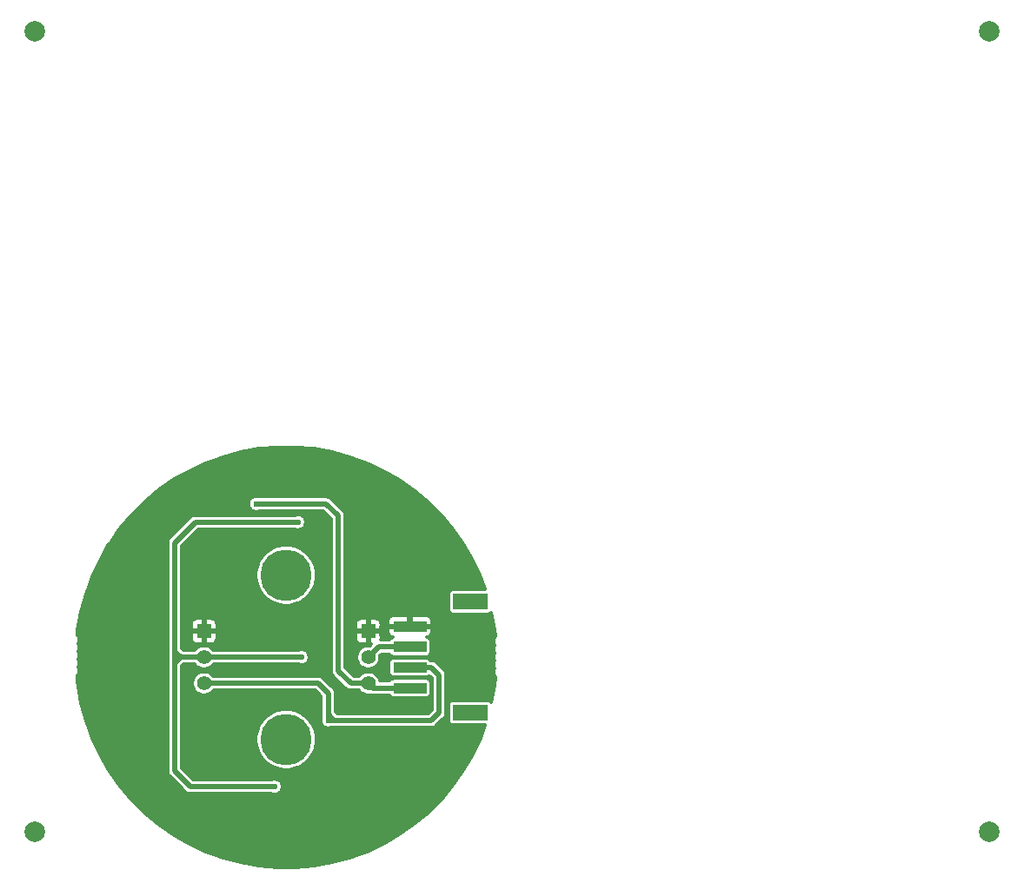
<source format=gbr>
G04 #@! TF.GenerationSoftware,KiCad,Pcbnew,(5.1.9)-1*
G04 #@! TF.CreationDate,2021-11-24T11:51:20+08:00*
G04 #@! TF.ProjectId,RGB-ring,5247422d-7269-46e6-972e-6b696361645f,rev?*
G04 #@! TF.SameCoordinates,Original*
G04 #@! TF.FileFunction,Copper,L2,Bot*
G04 #@! TF.FilePolarity,Positive*
%FSLAX46Y46*%
G04 Gerber Fmt 4.6, Leading zero omitted, Abs format (unit mm)*
G04 Created by KiCad (PCBNEW (5.1.9)-1) date 2021-11-24 11:51:20*
%MOMM*%
%LPD*%
G01*
G04 APERTURE LIST*
G04 #@! TA.AperFunction,ComponentPad*
%ADD10C,5.000000*%
G04 #@! TD*
G04 #@! TA.AperFunction,ComponentPad*
%ADD11C,2.000000*%
G04 #@! TD*
G04 #@! TA.AperFunction,ComponentPad*
%ADD12C,1.400000*%
G04 #@! TD*
G04 #@! TA.AperFunction,ComponentPad*
%ADD13R,1.400000X1.400000*%
G04 #@! TD*
G04 #@! TA.AperFunction,SMDPad,CuDef*
%ADD14R,3.200000X1.000000*%
G04 #@! TD*
G04 #@! TA.AperFunction,SMDPad,CuDef*
%ADD15R,3.400000X1.500000*%
G04 #@! TD*
G04 #@! TA.AperFunction,ViaPad*
%ADD16C,0.600000*%
G04 #@! TD*
G04 #@! TA.AperFunction,Conductor*
%ADD17C,0.500000*%
G04 #@! TD*
G04 #@! TA.AperFunction,Conductor*
%ADD18C,0.300000*%
G04 #@! TD*
G04 #@! TA.AperFunction,Conductor*
%ADD19C,0.200000*%
G04 #@! TD*
G04 APERTURE END LIST*
D10*
X102000000Y-85000000D03*
X102000000Y-101000000D03*
D11*
X170500000Y-110000000D03*
X170500000Y-32000000D03*
X77500000Y-32000000D03*
X77500000Y-110000000D03*
D12*
X110000000Y-95540000D03*
X110000000Y-93000000D03*
D13*
X110000000Y-90460000D03*
D12*
X94000000Y-95540000D03*
X94000000Y-93000000D03*
D13*
X94000000Y-90460000D03*
D14*
X114050000Y-92000000D03*
X114050000Y-94000000D03*
X114050000Y-96000000D03*
D15*
X119950000Y-87600000D03*
X119950000Y-98400000D03*
D14*
X114050000Y-90000000D03*
D16*
X97400000Y-75500000D03*
X107600000Y-74550000D03*
X105700000Y-109500000D03*
X105000000Y-112300000D03*
X120200000Y-99850000D03*
X114900000Y-108200000D03*
X94900000Y-111300000D03*
X88500000Y-105700000D03*
X83550000Y-85900000D03*
X83200000Y-96500000D03*
X88900000Y-78700000D03*
X115800000Y-79900000D03*
X116600000Y-89600000D03*
X121200000Y-89200000D03*
X105650000Y-76600000D03*
X118900000Y-96200000D03*
X103150000Y-79850000D03*
X103500000Y-93000000D03*
X100850000Y-105600000D03*
X106100000Y-99150000D03*
X99100000Y-78050000D03*
D17*
X103500000Y-93000000D02*
X97800000Y-93000000D01*
X97800000Y-93000000D02*
X94000000Y-93000000D01*
X111000000Y-92000000D02*
X110000000Y-93000000D01*
X114050000Y-92000000D02*
X111000000Y-92000000D01*
X100850000Y-105600000D02*
X92650000Y-105600000D01*
X92650000Y-105600000D02*
X91150000Y-104100000D01*
X91150000Y-104100000D02*
X91150000Y-94400000D01*
X93150000Y-79850000D02*
X103150000Y-79850000D01*
X91150000Y-81850000D02*
X93150000Y-79850000D01*
X91700000Y-93000000D02*
X94000000Y-93000000D01*
X91150000Y-94400000D02*
X91150000Y-93550000D01*
X91150000Y-93550000D02*
X91700000Y-93000000D01*
X91150000Y-92450000D02*
X91700000Y-93000000D01*
X91150000Y-91750000D02*
X91150000Y-92450000D01*
X91150000Y-94400000D02*
X91150000Y-91750000D01*
X91150000Y-91750000D02*
X91150000Y-81850000D01*
X116900000Y-98400000D02*
X116150000Y-99150000D01*
X116900000Y-94750000D02*
X116900000Y-98400000D01*
X114050000Y-94000000D02*
X116150000Y-94000000D01*
X116150000Y-94000000D02*
X116900000Y-94750000D01*
X94989949Y-95540000D02*
X94000000Y-95540000D01*
X105140000Y-95540000D02*
X94989949Y-95540000D01*
X106100000Y-96500000D02*
X105140000Y-95540000D01*
X106650000Y-99150000D02*
X106100000Y-98600000D01*
X107750000Y-99150000D02*
X106100000Y-99150000D01*
X116150000Y-99150000D02*
X107750000Y-99150000D01*
X107750000Y-99150000D02*
X106650000Y-99150000D01*
X106100000Y-99150000D02*
X106100000Y-98600000D01*
X106100000Y-98600000D02*
X106100000Y-96500000D01*
X107050000Y-94300000D02*
X108290000Y-95540000D01*
X108290000Y-95540000D02*
X110000000Y-95540000D01*
X107050000Y-79200000D02*
X107050000Y-94300000D01*
X99100000Y-78050000D02*
X105900000Y-78050000D01*
X105900000Y-78050000D02*
X107050000Y-79200000D01*
X110460000Y-96000000D02*
X110000000Y-95540000D01*
X114050000Y-96000000D02*
X110460000Y-96000000D01*
D18*
X104672524Y-72700166D02*
X106431601Y-73010339D01*
X108156951Y-73472645D01*
X109835443Y-74083567D01*
X111454303Y-74838453D01*
X113001209Y-75731560D01*
X114464390Y-76756090D01*
X115832710Y-77904247D01*
X117095753Y-79167290D01*
X118243910Y-80535610D01*
X119268440Y-81998791D01*
X120161547Y-83545697D01*
X120916433Y-85164557D01*
X121365306Y-86397823D01*
X118250000Y-86397823D01*
X118161785Y-86406511D01*
X118076959Y-86432243D01*
X117998784Y-86474029D01*
X117930263Y-86530263D01*
X117874029Y-86598784D01*
X117832243Y-86676959D01*
X117806511Y-86761785D01*
X117797823Y-86850000D01*
X117797823Y-88350000D01*
X117806511Y-88438215D01*
X117832243Y-88523041D01*
X117874029Y-88601216D01*
X117930263Y-88669737D01*
X117998784Y-88725971D01*
X118076959Y-88767757D01*
X118161785Y-88793489D01*
X118250000Y-88802177D01*
X121650000Y-88802177D01*
X121738215Y-88793489D01*
X121823041Y-88767757D01*
X121901216Y-88725971D01*
X121969737Y-88669737D01*
X122000846Y-88631831D01*
X122299834Y-90327476D01*
X122357547Y-90987148D01*
X122356856Y-90987839D01*
X122277513Y-91106584D01*
X122222861Y-91238525D01*
X122195000Y-91378594D01*
X122195000Y-91521406D01*
X122222861Y-91661475D01*
X122277513Y-91793416D01*
X122298617Y-91825000D01*
X122277513Y-91856584D01*
X122222861Y-91988525D01*
X122195000Y-92128594D01*
X122195000Y-92271406D01*
X122222861Y-92411475D01*
X122277513Y-92543416D01*
X122298617Y-92575000D01*
X122277513Y-92606584D01*
X122222861Y-92738525D01*
X122195000Y-92878594D01*
X122195000Y-93021406D01*
X122222861Y-93161475D01*
X122277513Y-93293416D01*
X122298617Y-93325000D01*
X122277513Y-93356584D01*
X122222861Y-93488525D01*
X122195000Y-93628594D01*
X122195000Y-93771406D01*
X122222861Y-93911475D01*
X122277513Y-94043416D01*
X122298617Y-94075000D01*
X122277513Y-94106584D01*
X122222861Y-94238525D01*
X122195000Y-94378594D01*
X122195000Y-94521406D01*
X122222861Y-94661475D01*
X122277513Y-94793416D01*
X122356856Y-94912161D01*
X122365592Y-94920897D01*
X122299834Y-95672524D01*
X122000846Y-97368169D01*
X121969737Y-97330263D01*
X121901216Y-97274029D01*
X121823041Y-97232243D01*
X121738215Y-97206511D01*
X121650000Y-97197823D01*
X118250000Y-97197823D01*
X118161785Y-97206511D01*
X118076959Y-97232243D01*
X117998784Y-97274029D01*
X117930263Y-97330263D01*
X117874029Y-97398784D01*
X117832243Y-97476959D01*
X117806511Y-97561785D01*
X117797823Y-97650000D01*
X117797823Y-99150000D01*
X117806511Y-99238215D01*
X117832243Y-99323041D01*
X117874029Y-99401216D01*
X117930263Y-99469737D01*
X117998784Y-99525971D01*
X118076959Y-99567757D01*
X118161785Y-99593489D01*
X118250000Y-99602177D01*
X121365306Y-99602177D01*
X120916433Y-100835443D01*
X120161547Y-102454303D01*
X119268440Y-104001209D01*
X118243910Y-105464390D01*
X117095753Y-106832710D01*
X115832710Y-108095753D01*
X114464390Y-109243910D01*
X113001209Y-110268440D01*
X111454303Y-111161547D01*
X109835443Y-111916433D01*
X108156951Y-112527355D01*
X106431601Y-112989661D01*
X104672524Y-113299834D01*
X102893107Y-113455512D01*
X101106893Y-113455512D01*
X99327476Y-113299834D01*
X97568399Y-112989661D01*
X95843049Y-112527355D01*
X94164557Y-111916433D01*
X92545697Y-111161547D01*
X90998791Y-110268440D01*
X89535610Y-109243910D01*
X88167290Y-108095753D01*
X86904247Y-106832710D01*
X85756090Y-105464390D01*
X84731560Y-104001209D01*
X83838453Y-102454303D01*
X83083567Y-100835443D01*
X82472645Y-99156951D01*
X82010339Y-97431601D01*
X81717653Y-95771696D01*
X81724073Y-95731184D01*
X81720149Y-95628797D01*
X81719104Y-95621542D01*
X81699525Y-95492001D01*
X81690320Y-95455609D01*
X81683029Y-95418767D01*
X81680862Y-95411764D01*
X81676015Y-95396480D01*
X81625558Y-94819747D01*
X81683144Y-94762161D01*
X81762487Y-94643416D01*
X81817139Y-94511475D01*
X81845000Y-94371406D01*
X81845000Y-94228594D01*
X81817139Y-94088525D01*
X81762487Y-93956584D01*
X81741383Y-93925000D01*
X81762487Y-93893416D01*
X81817139Y-93761475D01*
X81845000Y-93621406D01*
X81845000Y-93478594D01*
X81817139Y-93338525D01*
X81762487Y-93206584D01*
X81741383Y-93175000D01*
X81762487Y-93143416D01*
X81817139Y-93011475D01*
X81845000Y-92871406D01*
X81845000Y-92728594D01*
X81817139Y-92588525D01*
X81762487Y-92456584D01*
X81741383Y-92425000D01*
X81762487Y-92393416D01*
X81817139Y-92261475D01*
X81845000Y-92121406D01*
X81845000Y-91978594D01*
X81817139Y-91838525D01*
X81762487Y-91706584D01*
X81741383Y-91675000D01*
X81762487Y-91643416D01*
X81817139Y-91511475D01*
X81845000Y-91371406D01*
X81845000Y-91228594D01*
X81817139Y-91088525D01*
X81762487Y-90956584D01*
X81683144Y-90837839D01*
X81657738Y-90812433D01*
X81700166Y-90327476D01*
X82010339Y-88568399D01*
X82472645Y-86843049D01*
X83083567Y-85164557D01*
X83838453Y-83545697D01*
X84731560Y-81998791D01*
X84835744Y-81850000D01*
X90446613Y-81850000D01*
X90450001Y-81884397D01*
X90450000Y-91715610D01*
X90450000Y-92415613D01*
X90446613Y-92450000D01*
X90450000Y-92484387D01*
X90450000Y-92484390D01*
X90450001Y-92484397D01*
X90450000Y-93515610D01*
X90446613Y-93550000D01*
X90450000Y-93584390D01*
X90450000Y-94434389D01*
X90450001Y-94434399D01*
X90450000Y-104065613D01*
X90446613Y-104100000D01*
X90450000Y-104134387D01*
X90450000Y-104134389D01*
X90460128Y-104237223D01*
X90500155Y-104369174D01*
X90565155Y-104490781D01*
X90630708Y-104570657D01*
X90652630Y-104597369D01*
X90679343Y-104619292D01*
X92130704Y-106070653D01*
X92152630Y-106097370D01*
X92259219Y-106184845D01*
X92380825Y-106249845D01*
X92512776Y-106289872D01*
X92615610Y-106300000D01*
X92615612Y-106300000D01*
X92649999Y-106303387D01*
X92684386Y-106300000D01*
X100580105Y-106300000D01*
X100631233Y-106321178D01*
X100776131Y-106350000D01*
X100923869Y-106350000D01*
X101068767Y-106321178D01*
X101205258Y-106264641D01*
X101328097Y-106182563D01*
X101432563Y-106078097D01*
X101514641Y-105955258D01*
X101571178Y-105818767D01*
X101600000Y-105673869D01*
X101600000Y-105526131D01*
X101571178Y-105381233D01*
X101514641Y-105244742D01*
X101432563Y-105121903D01*
X101328097Y-105017437D01*
X101205258Y-104935359D01*
X101068767Y-104878822D01*
X100923869Y-104850000D01*
X100776131Y-104850000D01*
X100631233Y-104878822D01*
X100580105Y-104900000D01*
X92939949Y-104900000D01*
X91850000Y-103810051D01*
X91850000Y-100709450D01*
X99050000Y-100709450D01*
X99050000Y-101290550D01*
X99163367Y-101860483D01*
X99385744Y-102397349D01*
X99708585Y-102880516D01*
X100119484Y-103291415D01*
X100602651Y-103614256D01*
X101139517Y-103836633D01*
X101709450Y-103950000D01*
X102290550Y-103950000D01*
X102860483Y-103836633D01*
X103397349Y-103614256D01*
X103880516Y-103291415D01*
X104291415Y-102880516D01*
X104614256Y-102397349D01*
X104836633Y-101860483D01*
X104950000Y-101290550D01*
X104950000Y-100709450D01*
X104836633Y-100139517D01*
X104614256Y-99602651D01*
X104291415Y-99119484D01*
X103880516Y-98708585D01*
X103397349Y-98385744D01*
X102860483Y-98163367D01*
X102290550Y-98050000D01*
X101709450Y-98050000D01*
X101139517Y-98163367D01*
X100602651Y-98385744D01*
X100119484Y-98708585D01*
X99708585Y-99119484D01*
X99385744Y-99602651D01*
X99163367Y-100139517D01*
X99050000Y-100709450D01*
X91850000Y-100709450D01*
X91850000Y-95426735D01*
X92850000Y-95426735D01*
X92850000Y-95653265D01*
X92894194Y-95875443D01*
X92980884Y-96084729D01*
X93106737Y-96273082D01*
X93266918Y-96433263D01*
X93455271Y-96559116D01*
X93664557Y-96645806D01*
X93886735Y-96690000D01*
X94113265Y-96690000D01*
X94335443Y-96645806D01*
X94544729Y-96559116D01*
X94733082Y-96433263D01*
X94893263Y-96273082D01*
X94915368Y-96240000D01*
X104850051Y-96240000D01*
X105400001Y-96789951D01*
X105400000Y-98565610D01*
X105396613Y-98600000D01*
X105400000Y-98634387D01*
X105400000Y-98880105D01*
X105378822Y-98931233D01*
X105350000Y-99076131D01*
X105350000Y-99223869D01*
X105378822Y-99368767D01*
X105435359Y-99505258D01*
X105517437Y-99628097D01*
X105621903Y-99732563D01*
X105744742Y-99814641D01*
X105881233Y-99871178D01*
X106026131Y-99900000D01*
X106173869Y-99900000D01*
X106318767Y-99871178D01*
X106369895Y-99850000D01*
X106615612Y-99850000D01*
X106649999Y-99853387D01*
X106684386Y-99850000D01*
X116115613Y-99850000D01*
X116150000Y-99853387D01*
X116184387Y-99850000D01*
X116184390Y-99850000D01*
X116287224Y-99839872D01*
X116419175Y-99799845D01*
X116540781Y-99734845D01*
X116647370Y-99647370D01*
X116669296Y-99620653D01*
X117370658Y-98919292D01*
X117397370Y-98897370D01*
X117420510Y-98869174D01*
X117484845Y-98790782D01*
X117549845Y-98669175D01*
X117570829Y-98600000D01*
X117589872Y-98537224D01*
X117600000Y-98434390D01*
X117600000Y-98434388D01*
X117603387Y-98400001D01*
X117600000Y-98365614D01*
X117600000Y-94784386D01*
X117603387Y-94749999D01*
X117599529Y-94710828D01*
X117589872Y-94612776D01*
X117549845Y-94480825D01*
X117544852Y-94471484D01*
X117484845Y-94359218D01*
X117419292Y-94279342D01*
X117419287Y-94279337D01*
X117397369Y-94252630D01*
X117370663Y-94230713D01*
X116669296Y-93529347D01*
X116647370Y-93502630D01*
X116540781Y-93415155D01*
X116419175Y-93350155D01*
X116287224Y-93310128D01*
X116184390Y-93300000D01*
X116184387Y-93300000D01*
X116150000Y-93296613D01*
X116115613Y-93300000D01*
X116053347Y-93300000D01*
X116025971Y-93248784D01*
X115969737Y-93180263D01*
X115901216Y-93124029D01*
X115823041Y-93082243D01*
X115738215Y-93056511D01*
X115650000Y-93047823D01*
X112450000Y-93047823D01*
X112361785Y-93056511D01*
X112276959Y-93082243D01*
X112198784Y-93124029D01*
X112130263Y-93180263D01*
X112074029Y-93248784D01*
X112032243Y-93326959D01*
X112006511Y-93411785D01*
X111997823Y-93500000D01*
X111997823Y-94500000D01*
X112006511Y-94588215D01*
X112032243Y-94673041D01*
X112074029Y-94751216D01*
X112130263Y-94819737D01*
X112198784Y-94875971D01*
X112276959Y-94917757D01*
X112361785Y-94943489D01*
X112450000Y-94952177D01*
X115650000Y-94952177D01*
X115738215Y-94943489D01*
X115823041Y-94917757D01*
X115901216Y-94875971D01*
X115969737Y-94819737D01*
X115974267Y-94814217D01*
X116200000Y-95039950D01*
X116200001Y-98110049D01*
X115860051Y-98450000D01*
X106939949Y-98450000D01*
X106800000Y-98310051D01*
X106800000Y-96534386D01*
X106803387Y-96499999D01*
X106798656Y-96451964D01*
X106789872Y-96362776D01*
X106749845Y-96230825D01*
X106734689Y-96202470D01*
X106684845Y-96109218D01*
X106619292Y-96029342D01*
X106619291Y-96029341D01*
X106597370Y-96002630D01*
X106570658Y-95980708D01*
X105659296Y-95069347D01*
X105637370Y-95042630D01*
X105530781Y-94955155D01*
X105409175Y-94890155D01*
X105277224Y-94850128D01*
X105174390Y-94840000D01*
X105174387Y-94840000D01*
X105140000Y-94836613D01*
X105105613Y-94840000D01*
X94915368Y-94840000D01*
X94893263Y-94806918D01*
X94733082Y-94646737D01*
X94544729Y-94520884D01*
X94335443Y-94434194D01*
X94113265Y-94390000D01*
X93886735Y-94390000D01*
X93664557Y-94434194D01*
X93455271Y-94520884D01*
X93266918Y-94646737D01*
X93106737Y-94806918D01*
X92980884Y-94995271D01*
X92894194Y-95204557D01*
X92850000Y-95426735D01*
X91850000Y-95426735D01*
X91850000Y-93839949D01*
X91989949Y-93700000D01*
X93084632Y-93700000D01*
X93106737Y-93733082D01*
X93266918Y-93893263D01*
X93455271Y-94019116D01*
X93664557Y-94105806D01*
X93886735Y-94150000D01*
X94113265Y-94150000D01*
X94335443Y-94105806D01*
X94544729Y-94019116D01*
X94733082Y-93893263D01*
X94893263Y-93733082D01*
X94915368Y-93700000D01*
X103230105Y-93700000D01*
X103281233Y-93721178D01*
X103426131Y-93750000D01*
X103573869Y-93750000D01*
X103718767Y-93721178D01*
X103855258Y-93664641D01*
X103978097Y-93582563D01*
X104082563Y-93478097D01*
X104164641Y-93355258D01*
X104221178Y-93218767D01*
X104250000Y-93073869D01*
X104250000Y-92926131D01*
X104221178Y-92781233D01*
X104164641Y-92644742D01*
X104082563Y-92521903D01*
X103978097Y-92417437D01*
X103855258Y-92335359D01*
X103718767Y-92278822D01*
X103573869Y-92250000D01*
X103426131Y-92250000D01*
X103281233Y-92278822D01*
X103230105Y-92300000D01*
X94915368Y-92300000D01*
X94893263Y-92266918D01*
X94733082Y-92106737D01*
X94544729Y-91980884D01*
X94335443Y-91894194D01*
X94113265Y-91850000D01*
X93886735Y-91850000D01*
X93664557Y-91894194D01*
X93455271Y-91980884D01*
X93266918Y-92106737D01*
X93106737Y-92266918D01*
X93084632Y-92300000D01*
X91989949Y-92300000D01*
X91850000Y-92160051D01*
X91850000Y-91160000D01*
X92747339Y-91160000D01*
X92757958Y-91267819D01*
X92789408Y-91371494D01*
X92840479Y-91467042D01*
X92909210Y-91550790D01*
X92992958Y-91619521D01*
X93088506Y-91670592D01*
X93192181Y-91702042D01*
X93300000Y-91712661D01*
X93762500Y-91710000D01*
X93900000Y-91572500D01*
X93900000Y-90560000D01*
X94100000Y-90560000D01*
X94100000Y-91572500D01*
X94237500Y-91710000D01*
X94700000Y-91712661D01*
X94807819Y-91702042D01*
X94911494Y-91670592D01*
X95007042Y-91619521D01*
X95090790Y-91550790D01*
X95159521Y-91467042D01*
X95210592Y-91371494D01*
X95242042Y-91267819D01*
X95252661Y-91160000D01*
X95250000Y-90697500D01*
X95112500Y-90560000D01*
X94100000Y-90560000D01*
X93900000Y-90560000D01*
X92887500Y-90560000D01*
X92750000Y-90697500D01*
X92747339Y-91160000D01*
X91850000Y-91160000D01*
X91850000Y-89760000D01*
X92747339Y-89760000D01*
X92750000Y-90222500D01*
X92887500Y-90360000D01*
X93900000Y-90360000D01*
X93900000Y-89347500D01*
X94100000Y-89347500D01*
X94100000Y-90360000D01*
X95112500Y-90360000D01*
X95250000Y-90222500D01*
X95252661Y-89760000D01*
X95242042Y-89652181D01*
X95210592Y-89548506D01*
X95159521Y-89452958D01*
X95090790Y-89369210D01*
X95007042Y-89300479D01*
X94911494Y-89249408D01*
X94807819Y-89217958D01*
X94700000Y-89207339D01*
X94237500Y-89210000D01*
X94100000Y-89347500D01*
X93900000Y-89347500D01*
X93762500Y-89210000D01*
X93300000Y-89207339D01*
X93192181Y-89217958D01*
X93088506Y-89249408D01*
X92992958Y-89300479D01*
X92909210Y-89369210D01*
X92840479Y-89452958D01*
X92789408Y-89548506D01*
X92757958Y-89652181D01*
X92747339Y-89760000D01*
X91850000Y-89760000D01*
X91850000Y-84709450D01*
X99050000Y-84709450D01*
X99050000Y-85290550D01*
X99163367Y-85860483D01*
X99385744Y-86397349D01*
X99708585Y-86880516D01*
X100119484Y-87291415D01*
X100602651Y-87614256D01*
X101139517Y-87836633D01*
X101709450Y-87950000D01*
X102290550Y-87950000D01*
X102860483Y-87836633D01*
X103397349Y-87614256D01*
X103880516Y-87291415D01*
X104291415Y-86880516D01*
X104614256Y-86397349D01*
X104836633Y-85860483D01*
X104950000Y-85290550D01*
X104950000Y-84709450D01*
X104836633Y-84139517D01*
X104614256Y-83602651D01*
X104291415Y-83119484D01*
X103880516Y-82708585D01*
X103397349Y-82385744D01*
X102860483Y-82163367D01*
X102290550Y-82050000D01*
X101709450Y-82050000D01*
X101139517Y-82163367D01*
X100602651Y-82385744D01*
X100119484Y-82708585D01*
X99708585Y-83119484D01*
X99385744Y-83602651D01*
X99163367Y-84139517D01*
X99050000Y-84709450D01*
X91850000Y-84709450D01*
X91850000Y-82139949D01*
X93439950Y-80550000D01*
X102880105Y-80550000D01*
X102931233Y-80571178D01*
X103076131Y-80600000D01*
X103223869Y-80600000D01*
X103368767Y-80571178D01*
X103505258Y-80514641D01*
X103628097Y-80432563D01*
X103732563Y-80328097D01*
X103814641Y-80205258D01*
X103871178Y-80068767D01*
X103900000Y-79923869D01*
X103900000Y-79776131D01*
X103871178Y-79631233D01*
X103814641Y-79494742D01*
X103732563Y-79371903D01*
X103628097Y-79267437D01*
X103505258Y-79185359D01*
X103368767Y-79128822D01*
X103223869Y-79100000D01*
X103076131Y-79100000D01*
X102931233Y-79128822D01*
X102880105Y-79150000D01*
X93184386Y-79150000D01*
X93149999Y-79146613D01*
X93115612Y-79150000D01*
X93115610Y-79150000D01*
X93012776Y-79160128D01*
X92881336Y-79200000D01*
X92880825Y-79200155D01*
X92759218Y-79265155D01*
X92679342Y-79330708D01*
X92652630Y-79352630D01*
X92630709Y-79379342D01*
X90679342Y-81330709D01*
X90652631Y-81352630D01*
X90630710Y-81379341D01*
X90630708Y-81379343D01*
X90565155Y-81459219D01*
X90500155Y-81580826D01*
X90460129Y-81712777D01*
X90446613Y-81850000D01*
X84835744Y-81850000D01*
X85756090Y-80535610D01*
X86904247Y-79167290D01*
X88095406Y-77976131D01*
X98350000Y-77976131D01*
X98350000Y-78123869D01*
X98378822Y-78268767D01*
X98435359Y-78405258D01*
X98517437Y-78528097D01*
X98621903Y-78632563D01*
X98744742Y-78714641D01*
X98881233Y-78771178D01*
X99026131Y-78800000D01*
X99173869Y-78800000D01*
X99318767Y-78771178D01*
X99369895Y-78750000D01*
X105610051Y-78750000D01*
X106350000Y-79489950D01*
X106350001Y-94265603D01*
X106346613Y-94300000D01*
X106357110Y-94406572D01*
X106360129Y-94437224D01*
X106370522Y-94471484D01*
X106400155Y-94569174D01*
X106465155Y-94690781D01*
X106530708Y-94770657D01*
X106552631Y-94797370D01*
X106579342Y-94819291D01*
X107770707Y-96010657D01*
X107792630Y-96037370D01*
X107819341Y-96059291D01*
X107819342Y-96059292D01*
X107899218Y-96124845D01*
X107973185Y-96164381D01*
X108020825Y-96189845D01*
X108152776Y-96229872D01*
X108255610Y-96240000D01*
X108255613Y-96240000D01*
X108290000Y-96243387D01*
X108324387Y-96240000D01*
X109084632Y-96240000D01*
X109106737Y-96273082D01*
X109266918Y-96433263D01*
X109455271Y-96559116D01*
X109664557Y-96645806D01*
X109886735Y-96690000D01*
X110113265Y-96690000D01*
X110240057Y-96664779D01*
X110322776Y-96689872D01*
X110425610Y-96700000D01*
X110425612Y-96700000D01*
X110459999Y-96703387D01*
X110494386Y-96700000D01*
X112046653Y-96700000D01*
X112074029Y-96751216D01*
X112130263Y-96819737D01*
X112198784Y-96875971D01*
X112276959Y-96917757D01*
X112361785Y-96943489D01*
X112450000Y-96952177D01*
X115650000Y-96952177D01*
X115738215Y-96943489D01*
X115823041Y-96917757D01*
X115901216Y-96875971D01*
X115969737Y-96819737D01*
X116025971Y-96751216D01*
X116067757Y-96673041D01*
X116093489Y-96588215D01*
X116102177Y-96500000D01*
X116102177Y-95500000D01*
X116093489Y-95411785D01*
X116067757Y-95326959D01*
X116025971Y-95248784D01*
X115969737Y-95180263D01*
X115901216Y-95124029D01*
X115823041Y-95082243D01*
X115738215Y-95056511D01*
X115650000Y-95047823D01*
X112450000Y-95047823D01*
X112361785Y-95056511D01*
X112276959Y-95082243D01*
X112198784Y-95124029D01*
X112130263Y-95180263D01*
X112074029Y-95248784D01*
X112046653Y-95300000D01*
X111124791Y-95300000D01*
X111105806Y-95204557D01*
X111019116Y-94995271D01*
X110893263Y-94806918D01*
X110733082Y-94646737D01*
X110544729Y-94520884D01*
X110335443Y-94434194D01*
X110113265Y-94390000D01*
X109886735Y-94390000D01*
X109664557Y-94434194D01*
X109455271Y-94520884D01*
X109266918Y-94646737D01*
X109106737Y-94806918D01*
X109084632Y-94840000D01*
X108579950Y-94840000D01*
X107750000Y-94010051D01*
X107750000Y-92886735D01*
X108850000Y-92886735D01*
X108850000Y-93113265D01*
X108894194Y-93335443D01*
X108980884Y-93544729D01*
X109106737Y-93733082D01*
X109266918Y-93893263D01*
X109455271Y-94019116D01*
X109664557Y-94105806D01*
X109886735Y-94150000D01*
X110113265Y-94150000D01*
X110335443Y-94105806D01*
X110544729Y-94019116D01*
X110733082Y-93893263D01*
X110893263Y-93733082D01*
X111019116Y-93544729D01*
X111105806Y-93335443D01*
X111150000Y-93113265D01*
X111150000Y-92886735D01*
X111142238Y-92847712D01*
X111289950Y-92700000D01*
X112046653Y-92700000D01*
X112074029Y-92751216D01*
X112130263Y-92819737D01*
X112198784Y-92875971D01*
X112276959Y-92917757D01*
X112361785Y-92943489D01*
X112450000Y-92952177D01*
X115650000Y-92952177D01*
X115738215Y-92943489D01*
X115823041Y-92917757D01*
X115901216Y-92875971D01*
X115969737Y-92819737D01*
X116025971Y-92751216D01*
X116067757Y-92673041D01*
X116093489Y-92588215D01*
X116102177Y-92500000D01*
X116102177Y-91500000D01*
X116093489Y-91411785D01*
X116067757Y-91326959D01*
X116025971Y-91248784D01*
X115969737Y-91180263D01*
X115901216Y-91124029D01*
X115823041Y-91082243D01*
X115738215Y-91056511D01*
X115674561Y-91050242D01*
X115757819Y-91042042D01*
X115861494Y-91010592D01*
X115957042Y-90959521D01*
X116040790Y-90890790D01*
X116109521Y-90807042D01*
X116160592Y-90711494D01*
X116192042Y-90607819D01*
X116202661Y-90500000D01*
X116200000Y-90237500D01*
X116062500Y-90100000D01*
X114150000Y-90100000D01*
X114150000Y-90120000D01*
X113950000Y-90120000D01*
X113950000Y-90100000D01*
X112037500Y-90100000D01*
X111900000Y-90237500D01*
X111897339Y-90500000D01*
X111907958Y-90607819D01*
X111939408Y-90711494D01*
X111990479Y-90807042D01*
X112059210Y-90890790D01*
X112142958Y-90959521D01*
X112238506Y-91010592D01*
X112342181Y-91042042D01*
X112425439Y-91050242D01*
X112361785Y-91056511D01*
X112276959Y-91082243D01*
X112198784Y-91124029D01*
X112130263Y-91180263D01*
X112074029Y-91248784D01*
X112046653Y-91300000D01*
X111232280Y-91300000D01*
X111242042Y-91267819D01*
X111252661Y-91160000D01*
X111250000Y-90697500D01*
X111112500Y-90560000D01*
X110100000Y-90560000D01*
X110100000Y-91572500D01*
X110237500Y-91710000D01*
X110299692Y-91710358D01*
X110152288Y-91857762D01*
X110113265Y-91850000D01*
X109886735Y-91850000D01*
X109664557Y-91894194D01*
X109455271Y-91980884D01*
X109266918Y-92106737D01*
X109106737Y-92266918D01*
X108980884Y-92455271D01*
X108894194Y-92664557D01*
X108850000Y-92886735D01*
X107750000Y-92886735D01*
X107750000Y-91160000D01*
X108747339Y-91160000D01*
X108757958Y-91267819D01*
X108789408Y-91371494D01*
X108840479Y-91467042D01*
X108909210Y-91550790D01*
X108992958Y-91619521D01*
X109088506Y-91670592D01*
X109192181Y-91702042D01*
X109300000Y-91712661D01*
X109762500Y-91710000D01*
X109900000Y-91572500D01*
X109900000Y-90560000D01*
X108887500Y-90560000D01*
X108750000Y-90697500D01*
X108747339Y-91160000D01*
X107750000Y-91160000D01*
X107750000Y-89760000D01*
X108747339Y-89760000D01*
X108750000Y-90222500D01*
X108887500Y-90360000D01*
X109900000Y-90360000D01*
X109900000Y-89347500D01*
X110100000Y-89347500D01*
X110100000Y-90360000D01*
X111112500Y-90360000D01*
X111250000Y-90222500D01*
X111252661Y-89760000D01*
X111242042Y-89652181D01*
X111210592Y-89548506D01*
X111184666Y-89500000D01*
X111897339Y-89500000D01*
X111900000Y-89762500D01*
X112037500Y-89900000D01*
X113950000Y-89900000D01*
X113950000Y-89087500D01*
X114150000Y-89087500D01*
X114150000Y-89900000D01*
X116062500Y-89900000D01*
X116200000Y-89762500D01*
X116202661Y-89500000D01*
X116192042Y-89392181D01*
X116160592Y-89288506D01*
X116109521Y-89192958D01*
X116040790Y-89109210D01*
X115957042Y-89040479D01*
X115861494Y-88989408D01*
X115757819Y-88957958D01*
X115650000Y-88947339D01*
X114287500Y-88950000D01*
X114150000Y-89087500D01*
X113950000Y-89087500D01*
X113812500Y-88950000D01*
X112450000Y-88947339D01*
X112342181Y-88957958D01*
X112238506Y-88989408D01*
X112142958Y-89040479D01*
X112059210Y-89109210D01*
X111990479Y-89192958D01*
X111939408Y-89288506D01*
X111907958Y-89392181D01*
X111897339Y-89500000D01*
X111184666Y-89500000D01*
X111159521Y-89452958D01*
X111090790Y-89369210D01*
X111007042Y-89300479D01*
X110911494Y-89249408D01*
X110807819Y-89217958D01*
X110700000Y-89207339D01*
X110237500Y-89210000D01*
X110100000Y-89347500D01*
X109900000Y-89347500D01*
X109762500Y-89210000D01*
X109300000Y-89207339D01*
X109192181Y-89217958D01*
X109088506Y-89249408D01*
X108992958Y-89300479D01*
X108909210Y-89369210D01*
X108840479Y-89452958D01*
X108789408Y-89548506D01*
X108757958Y-89652181D01*
X108747339Y-89760000D01*
X107750000Y-89760000D01*
X107750000Y-79234390D01*
X107753387Y-79200000D01*
X107739872Y-79062776D01*
X107699845Y-78930825D01*
X107634845Y-78809219D01*
X107569292Y-78729342D01*
X107569287Y-78729337D01*
X107547369Y-78702630D01*
X107520663Y-78680713D01*
X106419296Y-77579347D01*
X106397370Y-77552630D01*
X106290781Y-77465155D01*
X106169175Y-77400155D01*
X106037224Y-77360128D01*
X105934390Y-77350000D01*
X105934387Y-77350000D01*
X105900000Y-77346613D01*
X105865613Y-77350000D01*
X99369895Y-77350000D01*
X99318767Y-77328822D01*
X99173869Y-77300000D01*
X99026131Y-77300000D01*
X98881233Y-77328822D01*
X98744742Y-77385359D01*
X98621903Y-77467437D01*
X98517437Y-77571903D01*
X98435359Y-77694742D01*
X98378822Y-77831233D01*
X98350000Y-77976131D01*
X88095406Y-77976131D01*
X88167290Y-77904247D01*
X89535610Y-76756090D01*
X90998791Y-75731560D01*
X92545697Y-74838453D01*
X94164557Y-74083567D01*
X95843049Y-73472645D01*
X97568399Y-73010339D01*
X99327476Y-72700166D01*
X101106893Y-72544488D01*
X102893107Y-72544488D01*
X104672524Y-72700166D01*
G04 #@! TA.AperFunction,Conductor*
D19*
G36*
X104672524Y-72700166D02*
G01*
X106431601Y-73010339D01*
X108156951Y-73472645D01*
X109835443Y-74083567D01*
X111454303Y-74838453D01*
X113001209Y-75731560D01*
X114464390Y-76756090D01*
X115832710Y-77904247D01*
X117095753Y-79167290D01*
X118243910Y-80535610D01*
X119268440Y-81998791D01*
X120161547Y-83545697D01*
X120916433Y-85164557D01*
X121365306Y-86397823D01*
X118250000Y-86397823D01*
X118161785Y-86406511D01*
X118076959Y-86432243D01*
X117998784Y-86474029D01*
X117930263Y-86530263D01*
X117874029Y-86598784D01*
X117832243Y-86676959D01*
X117806511Y-86761785D01*
X117797823Y-86850000D01*
X117797823Y-88350000D01*
X117806511Y-88438215D01*
X117832243Y-88523041D01*
X117874029Y-88601216D01*
X117930263Y-88669737D01*
X117998784Y-88725971D01*
X118076959Y-88767757D01*
X118161785Y-88793489D01*
X118250000Y-88802177D01*
X121650000Y-88802177D01*
X121738215Y-88793489D01*
X121823041Y-88767757D01*
X121901216Y-88725971D01*
X121969737Y-88669737D01*
X122000846Y-88631831D01*
X122299834Y-90327476D01*
X122357547Y-90987148D01*
X122356856Y-90987839D01*
X122277513Y-91106584D01*
X122222861Y-91238525D01*
X122195000Y-91378594D01*
X122195000Y-91521406D01*
X122222861Y-91661475D01*
X122277513Y-91793416D01*
X122298617Y-91825000D01*
X122277513Y-91856584D01*
X122222861Y-91988525D01*
X122195000Y-92128594D01*
X122195000Y-92271406D01*
X122222861Y-92411475D01*
X122277513Y-92543416D01*
X122298617Y-92575000D01*
X122277513Y-92606584D01*
X122222861Y-92738525D01*
X122195000Y-92878594D01*
X122195000Y-93021406D01*
X122222861Y-93161475D01*
X122277513Y-93293416D01*
X122298617Y-93325000D01*
X122277513Y-93356584D01*
X122222861Y-93488525D01*
X122195000Y-93628594D01*
X122195000Y-93771406D01*
X122222861Y-93911475D01*
X122277513Y-94043416D01*
X122298617Y-94075000D01*
X122277513Y-94106584D01*
X122222861Y-94238525D01*
X122195000Y-94378594D01*
X122195000Y-94521406D01*
X122222861Y-94661475D01*
X122277513Y-94793416D01*
X122356856Y-94912161D01*
X122365592Y-94920897D01*
X122299834Y-95672524D01*
X122000846Y-97368169D01*
X121969737Y-97330263D01*
X121901216Y-97274029D01*
X121823041Y-97232243D01*
X121738215Y-97206511D01*
X121650000Y-97197823D01*
X118250000Y-97197823D01*
X118161785Y-97206511D01*
X118076959Y-97232243D01*
X117998784Y-97274029D01*
X117930263Y-97330263D01*
X117874029Y-97398784D01*
X117832243Y-97476959D01*
X117806511Y-97561785D01*
X117797823Y-97650000D01*
X117797823Y-99150000D01*
X117806511Y-99238215D01*
X117832243Y-99323041D01*
X117874029Y-99401216D01*
X117930263Y-99469737D01*
X117998784Y-99525971D01*
X118076959Y-99567757D01*
X118161785Y-99593489D01*
X118250000Y-99602177D01*
X121365306Y-99602177D01*
X120916433Y-100835443D01*
X120161547Y-102454303D01*
X119268440Y-104001209D01*
X118243910Y-105464390D01*
X117095753Y-106832710D01*
X115832710Y-108095753D01*
X114464390Y-109243910D01*
X113001209Y-110268440D01*
X111454303Y-111161547D01*
X109835443Y-111916433D01*
X108156951Y-112527355D01*
X106431601Y-112989661D01*
X104672524Y-113299834D01*
X102893107Y-113455512D01*
X101106893Y-113455512D01*
X99327476Y-113299834D01*
X97568399Y-112989661D01*
X95843049Y-112527355D01*
X94164557Y-111916433D01*
X92545697Y-111161547D01*
X90998791Y-110268440D01*
X89535610Y-109243910D01*
X88167290Y-108095753D01*
X86904247Y-106832710D01*
X85756090Y-105464390D01*
X84731560Y-104001209D01*
X83838453Y-102454303D01*
X83083567Y-100835443D01*
X82472645Y-99156951D01*
X82010339Y-97431601D01*
X81717653Y-95771696D01*
X81724073Y-95731184D01*
X81720149Y-95628797D01*
X81719104Y-95621542D01*
X81699525Y-95492001D01*
X81690320Y-95455609D01*
X81683029Y-95418767D01*
X81680862Y-95411764D01*
X81676015Y-95396480D01*
X81625558Y-94819747D01*
X81683144Y-94762161D01*
X81762487Y-94643416D01*
X81817139Y-94511475D01*
X81845000Y-94371406D01*
X81845000Y-94228594D01*
X81817139Y-94088525D01*
X81762487Y-93956584D01*
X81741383Y-93925000D01*
X81762487Y-93893416D01*
X81817139Y-93761475D01*
X81845000Y-93621406D01*
X81845000Y-93478594D01*
X81817139Y-93338525D01*
X81762487Y-93206584D01*
X81741383Y-93175000D01*
X81762487Y-93143416D01*
X81817139Y-93011475D01*
X81845000Y-92871406D01*
X81845000Y-92728594D01*
X81817139Y-92588525D01*
X81762487Y-92456584D01*
X81741383Y-92425000D01*
X81762487Y-92393416D01*
X81817139Y-92261475D01*
X81845000Y-92121406D01*
X81845000Y-91978594D01*
X81817139Y-91838525D01*
X81762487Y-91706584D01*
X81741383Y-91675000D01*
X81762487Y-91643416D01*
X81817139Y-91511475D01*
X81845000Y-91371406D01*
X81845000Y-91228594D01*
X81817139Y-91088525D01*
X81762487Y-90956584D01*
X81683144Y-90837839D01*
X81657738Y-90812433D01*
X81700166Y-90327476D01*
X82010339Y-88568399D01*
X82472645Y-86843049D01*
X83083567Y-85164557D01*
X83838453Y-83545697D01*
X84731560Y-81998791D01*
X84835744Y-81850000D01*
X90446613Y-81850000D01*
X90450001Y-81884397D01*
X90450000Y-91715610D01*
X90450000Y-92415613D01*
X90446613Y-92450000D01*
X90450000Y-92484387D01*
X90450000Y-92484390D01*
X90450001Y-92484397D01*
X90450000Y-93515610D01*
X90446613Y-93550000D01*
X90450000Y-93584390D01*
X90450000Y-94434389D01*
X90450001Y-94434399D01*
X90450000Y-104065613D01*
X90446613Y-104100000D01*
X90450000Y-104134387D01*
X90450000Y-104134389D01*
X90460128Y-104237223D01*
X90500155Y-104369174D01*
X90565155Y-104490781D01*
X90630708Y-104570657D01*
X90652630Y-104597369D01*
X90679343Y-104619292D01*
X92130704Y-106070653D01*
X92152630Y-106097370D01*
X92259219Y-106184845D01*
X92380825Y-106249845D01*
X92512776Y-106289872D01*
X92615610Y-106300000D01*
X92615612Y-106300000D01*
X92649999Y-106303387D01*
X92684386Y-106300000D01*
X100580105Y-106300000D01*
X100631233Y-106321178D01*
X100776131Y-106350000D01*
X100923869Y-106350000D01*
X101068767Y-106321178D01*
X101205258Y-106264641D01*
X101328097Y-106182563D01*
X101432563Y-106078097D01*
X101514641Y-105955258D01*
X101571178Y-105818767D01*
X101600000Y-105673869D01*
X101600000Y-105526131D01*
X101571178Y-105381233D01*
X101514641Y-105244742D01*
X101432563Y-105121903D01*
X101328097Y-105017437D01*
X101205258Y-104935359D01*
X101068767Y-104878822D01*
X100923869Y-104850000D01*
X100776131Y-104850000D01*
X100631233Y-104878822D01*
X100580105Y-104900000D01*
X92939949Y-104900000D01*
X91850000Y-103810051D01*
X91850000Y-100709450D01*
X99050000Y-100709450D01*
X99050000Y-101290550D01*
X99163367Y-101860483D01*
X99385744Y-102397349D01*
X99708585Y-102880516D01*
X100119484Y-103291415D01*
X100602651Y-103614256D01*
X101139517Y-103836633D01*
X101709450Y-103950000D01*
X102290550Y-103950000D01*
X102860483Y-103836633D01*
X103397349Y-103614256D01*
X103880516Y-103291415D01*
X104291415Y-102880516D01*
X104614256Y-102397349D01*
X104836633Y-101860483D01*
X104950000Y-101290550D01*
X104950000Y-100709450D01*
X104836633Y-100139517D01*
X104614256Y-99602651D01*
X104291415Y-99119484D01*
X103880516Y-98708585D01*
X103397349Y-98385744D01*
X102860483Y-98163367D01*
X102290550Y-98050000D01*
X101709450Y-98050000D01*
X101139517Y-98163367D01*
X100602651Y-98385744D01*
X100119484Y-98708585D01*
X99708585Y-99119484D01*
X99385744Y-99602651D01*
X99163367Y-100139517D01*
X99050000Y-100709450D01*
X91850000Y-100709450D01*
X91850000Y-95426735D01*
X92850000Y-95426735D01*
X92850000Y-95653265D01*
X92894194Y-95875443D01*
X92980884Y-96084729D01*
X93106737Y-96273082D01*
X93266918Y-96433263D01*
X93455271Y-96559116D01*
X93664557Y-96645806D01*
X93886735Y-96690000D01*
X94113265Y-96690000D01*
X94335443Y-96645806D01*
X94544729Y-96559116D01*
X94733082Y-96433263D01*
X94893263Y-96273082D01*
X94915368Y-96240000D01*
X104850051Y-96240000D01*
X105400001Y-96789951D01*
X105400000Y-98565610D01*
X105396613Y-98600000D01*
X105400000Y-98634387D01*
X105400000Y-98880105D01*
X105378822Y-98931233D01*
X105350000Y-99076131D01*
X105350000Y-99223869D01*
X105378822Y-99368767D01*
X105435359Y-99505258D01*
X105517437Y-99628097D01*
X105621903Y-99732563D01*
X105744742Y-99814641D01*
X105881233Y-99871178D01*
X106026131Y-99900000D01*
X106173869Y-99900000D01*
X106318767Y-99871178D01*
X106369895Y-99850000D01*
X106615612Y-99850000D01*
X106649999Y-99853387D01*
X106684386Y-99850000D01*
X116115613Y-99850000D01*
X116150000Y-99853387D01*
X116184387Y-99850000D01*
X116184390Y-99850000D01*
X116287224Y-99839872D01*
X116419175Y-99799845D01*
X116540781Y-99734845D01*
X116647370Y-99647370D01*
X116669296Y-99620653D01*
X117370658Y-98919292D01*
X117397370Y-98897370D01*
X117420510Y-98869174D01*
X117484845Y-98790782D01*
X117549845Y-98669175D01*
X117570829Y-98600000D01*
X117589872Y-98537224D01*
X117600000Y-98434390D01*
X117600000Y-98434388D01*
X117603387Y-98400001D01*
X117600000Y-98365614D01*
X117600000Y-94784386D01*
X117603387Y-94749999D01*
X117599529Y-94710828D01*
X117589872Y-94612776D01*
X117549845Y-94480825D01*
X117544852Y-94471484D01*
X117484845Y-94359218D01*
X117419292Y-94279342D01*
X117419287Y-94279337D01*
X117397369Y-94252630D01*
X117370663Y-94230713D01*
X116669296Y-93529347D01*
X116647370Y-93502630D01*
X116540781Y-93415155D01*
X116419175Y-93350155D01*
X116287224Y-93310128D01*
X116184390Y-93300000D01*
X116184387Y-93300000D01*
X116150000Y-93296613D01*
X116115613Y-93300000D01*
X116053347Y-93300000D01*
X116025971Y-93248784D01*
X115969737Y-93180263D01*
X115901216Y-93124029D01*
X115823041Y-93082243D01*
X115738215Y-93056511D01*
X115650000Y-93047823D01*
X112450000Y-93047823D01*
X112361785Y-93056511D01*
X112276959Y-93082243D01*
X112198784Y-93124029D01*
X112130263Y-93180263D01*
X112074029Y-93248784D01*
X112032243Y-93326959D01*
X112006511Y-93411785D01*
X111997823Y-93500000D01*
X111997823Y-94500000D01*
X112006511Y-94588215D01*
X112032243Y-94673041D01*
X112074029Y-94751216D01*
X112130263Y-94819737D01*
X112198784Y-94875971D01*
X112276959Y-94917757D01*
X112361785Y-94943489D01*
X112450000Y-94952177D01*
X115650000Y-94952177D01*
X115738215Y-94943489D01*
X115823041Y-94917757D01*
X115901216Y-94875971D01*
X115969737Y-94819737D01*
X115974267Y-94814217D01*
X116200000Y-95039950D01*
X116200001Y-98110049D01*
X115860051Y-98450000D01*
X106939949Y-98450000D01*
X106800000Y-98310051D01*
X106800000Y-96534386D01*
X106803387Y-96499999D01*
X106798656Y-96451964D01*
X106789872Y-96362776D01*
X106749845Y-96230825D01*
X106734689Y-96202470D01*
X106684845Y-96109218D01*
X106619292Y-96029342D01*
X106619291Y-96029341D01*
X106597370Y-96002630D01*
X106570658Y-95980708D01*
X105659296Y-95069347D01*
X105637370Y-95042630D01*
X105530781Y-94955155D01*
X105409175Y-94890155D01*
X105277224Y-94850128D01*
X105174390Y-94840000D01*
X105174387Y-94840000D01*
X105140000Y-94836613D01*
X105105613Y-94840000D01*
X94915368Y-94840000D01*
X94893263Y-94806918D01*
X94733082Y-94646737D01*
X94544729Y-94520884D01*
X94335443Y-94434194D01*
X94113265Y-94390000D01*
X93886735Y-94390000D01*
X93664557Y-94434194D01*
X93455271Y-94520884D01*
X93266918Y-94646737D01*
X93106737Y-94806918D01*
X92980884Y-94995271D01*
X92894194Y-95204557D01*
X92850000Y-95426735D01*
X91850000Y-95426735D01*
X91850000Y-93839949D01*
X91989949Y-93700000D01*
X93084632Y-93700000D01*
X93106737Y-93733082D01*
X93266918Y-93893263D01*
X93455271Y-94019116D01*
X93664557Y-94105806D01*
X93886735Y-94150000D01*
X94113265Y-94150000D01*
X94335443Y-94105806D01*
X94544729Y-94019116D01*
X94733082Y-93893263D01*
X94893263Y-93733082D01*
X94915368Y-93700000D01*
X103230105Y-93700000D01*
X103281233Y-93721178D01*
X103426131Y-93750000D01*
X103573869Y-93750000D01*
X103718767Y-93721178D01*
X103855258Y-93664641D01*
X103978097Y-93582563D01*
X104082563Y-93478097D01*
X104164641Y-93355258D01*
X104221178Y-93218767D01*
X104250000Y-93073869D01*
X104250000Y-92926131D01*
X104221178Y-92781233D01*
X104164641Y-92644742D01*
X104082563Y-92521903D01*
X103978097Y-92417437D01*
X103855258Y-92335359D01*
X103718767Y-92278822D01*
X103573869Y-92250000D01*
X103426131Y-92250000D01*
X103281233Y-92278822D01*
X103230105Y-92300000D01*
X94915368Y-92300000D01*
X94893263Y-92266918D01*
X94733082Y-92106737D01*
X94544729Y-91980884D01*
X94335443Y-91894194D01*
X94113265Y-91850000D01*
X93886735Y-91850000D01*
X93664557Y-91894194D01*
X93455271Y-91980884D01*
X93266918Y-92106737D01*
X93106737Y-92266918D01*
X93084632Y-92300000D01*
X91989949Y-92300000D01*
X91850000Y-92160051D01*
X91850000Y-91160000D01*
X92747339Y-91160000D01*
X92757958Y-91267819D01*
X92789408Y-91371494D01*
X92840479Y-91467042D01*
X92909210Y-91550790D01*
X92992958Y-91619521D01*
X93088506Y-91670592D01*
X93192181Y-91702042D01*
X93300000Y-91712661D01*
X93762500Y-91710000D01*
X93900000Y-91572500D01*
X93900000Y-90560000D01*
X94100000Y-90560000D01*
X94100000Y-91572500D01*
X94237500Y-91710000D01*
X94700000Y-91712661D01*
X94807819Y-91702042D01*
X94911494Y-91670592D01*
X95007042Y-91619521D01*
X95090790Y-91550790D01*
X95159521Y-91467042D01*
X95210592Y-91371494D01*
X95242042Y-91267819D01*
X95252661Y-91160000D01*
X95250000Y-90697500D01*
X95112500Y-90560000D01*
X94100000Y-90560000D01*
X93900000Y-90560000D01*
X92887500Y-90560000D01*
X92750000Y-90697500D01*
X92747339Y-91160000D01*
X91850000Y-91160000D01*
X91850000Y-89760000D01*
X92747339Y-89760000D01*
X92750000Y-90222500D01*
X92887500Y-90360000D01*
X93900000Y-90360000D01*
X93900000Y-89347500D01*
X94100000Y-89347500D01*
X94100000Y-90360000D01*
X95112500Y-90360000D01*
X95250000Y-90222500D01*
X95252661Y-89760000D01*
X95242042Y-89652181D01*
X95210592Y-89548506D01*
X95159521Y-89452958D01*
X95090790Y-89369210D01*
X95007042Y-89300479D01*
X94911494Y-89249408D01*
X94807819Y-89217958D01*
X94700000Y-89207339D01*
X94237500Y-89210000D01*
X94100000Y-89347500D01*
X93900000Y-89347500D01*
X93762500Y-89210000D01*
X93300000Y-89207339D01*
X93192181Y-89217958D01*
X93088506Y-89249408D01*
X92992958Y-89300479D01*
X92909210Y-89369210D01*
X92840479Y-89452958D01*
X92789408Y-89548506D01*
X92757958Y-89652181D01*
X92747339Y-89760000D01*
X91850000Y-89760000D01*
X91850000Y-84709450D01*
X99050000Y-84709450D01*
X99050000Y-85290550D01*
X99163367Y-85860483D01*
X99385744Y-86397349D01*
X99708585Y-86880516D01*
X100119484Y-87291415D01*
X100602651Y-87614256D01*
X101139517Y-87836633D01*
X101709450Y-87950000D01*
X102290550Y-87950000D01*
X102860483Y-87836633D01*
X103397349Y-87614256D01*
X103880516Y-87291415D01*
X104291415Y-86880516D01*
X104614256Y-86397349D01*
X104836633Y-85860483D01*
X104950000Y-85290550D01*
X104950000Y-84709450D01*
X104836633Y-84139517D01*
X104614256Y-83602651D01*
X104291415Y-83119484D01*
X103880516Y-82708585D01*
X103397349Y-82385744D01*
X102860483Y-82163367D01*
X102290550Y-82050000D01*
X101709450Y-82050000D01*
X101139517Y-82163367D01*
X100602651Y-82385744D01*
X100119484Y-82708585D01*
X99708585Y-83119484D01*
X99385744Y-83602651D01*
X99163367Y-84139517D01*
X99050000Y-84709450D01*
X91850000Y-84709450D01*
X91850000Y-82139949D01*
X93439950Y-80550000D01*
X102880105Y-80550000D01*
X102931233Y-80571178D01*
X103076131Y-80600000D01*
X103223869Y-80600000D01*
X103368767Y-80571178D01*
X103505258Y-80514641D01*
X103628097Y-80432563D01*
X103732563Y-80328097D01*
X103814641Y-80205258D01*
X103871178Y-80068767D01*
X103900000Y-79923869D01*
X103900000Y-79776131D01*
X103871178Y-79631233D01*
X103814641Y-79494742D01*
X103732563Y-79371903D01*
X103628097Y-79267437D01*
X103505258Y-79185359D01*
X103368767Y-79128822D01*
X103223869Y-79100000D01*
X103076131Y-79100000D01*
X102931233Y-79128822D01*
X102880105Y-79150000D01*
X93184386Y-79150000D01*
X93149999Y-79146613D01*
X93115612Y-79150000D01*
X93115610Y-79150000D01*
X93012776Y-79160128D01*
X92881336Y-79200000D01*
X92880825Y-79200155D01*
X92759218Y-79265155D01*
X92679342Y-79330708D01*
X92652630Y-79352630D01*
X92630709Y-79379342D01*
X90679342Y-81330709D01*
X90652631Y-81352630D01*
X90630710Y-81379341D01*
X90630708Y-81379343D01*
X90565155Y-81459219D01*
X90500155Y-81580826D01*
X90460129Y-81712777D01*
X90446613Y-81850000D01*
X84835744Y-81850000D01*
X85756090Y-80535610D01*
X86904247Y-79167290D01*
X88095406Y-77976131D01*
X98350000Y-77976131D01*
X98350000Y-78123869D01*
X98378822Y-78268767D01*
X98435359Y-78405258D01*
X98517437Y-78528097D01*
X98621903Y-78632563D01*
X98744742Y-78714641D01*
X98881233Y-78771178D01*
X99026131Y-78800000D01*
X99173869Y-78800000D01*
X99318767Y-78771178D01*
X99369895Y-78750000D01*
X105610051Y-78750000D01*
X106350000Y-79489950D01*
X106350001Y-94265603D01*
X106346613Y-94300000D01*
X106357110Y-94406572D01*
X106360129Y-94437224D01*
X106370522Y-94471484D01*
X106400155Y-94569174D01*
X106465155Y-94690781D01*
X106530708Y-94770657D01*
X106552631Y-94797370D01*
X106579342Y-94819291D01*
X107770707Y-96010657D01*
X107792630Y-96037370D01*
X107819341Y-96059291D01*
X107819342Y-96059292D01*
X107899218Y-96124845D01*
X107973185Y-96164381D01*
X108020825Y-96189845D01*
X108152776Y-96229872D01*
X108255610Y-96240000D01*
X108255613Y-96240000D01*
X108290000Y-96243387D01*
X108324387Y-96240000D01*
X109084632Y-96240000D01*
X109106737Y-96273082D01*
X109266918Y-96433263D01*
X109455271Y-96559116D01*
X109664557Y-96645806D01*
X109886735Y-96690000D01*
X110113265Y-96690000D01*
X110240057Y-96664779D01*
X110322776Y-96689872D01*
X110425610Y-96700000D01*
X110425612Y-96700000D01*
X110459999Y-96703387D01*
X110494386Y-96700000D01*
X112046653Y-96700000D01*
X112074029Y-96751216D01*
X112130263Y-96819737D01*
X112198784Y-96875971D01*
X112276959Y-96917757D01*
X112361785Y-96943489D01*
X112450000Y-96952177D01*
X115650000Y-96952177D01*
X115738215Y-96943489D01*
X115823041Y-96917757D01*
X115901216Y-96875971D01*
X115969737Y-96819737D01*
X116025971Y-96751216D01*
X116067757Y-96673041D01*
X116093489Y-96588215D01*
X116102177Y-96500000D01*
X116102177Y-95500000D01*
X116093489Y-95411785D01*
X116067757Y-95326959D01*
X116025971Y-95248784D01*
X115969737Y-95180263D01*
X115901216Y-95124029D01*
X115823041Y-95082243D01*
X115738215Y-95056511D01*
X115650000Y-95047823D01*
X112450000Y-95047823D01*
X112361785Y-95056511D01*
X112276959Y-95082243D01*
X112198784Y-95124029D01*
X112130263Y-95180263D01*
X112074029Y-95248784D01*
X112046653Y-95300000D01*
X111124791Y-95300000D01*
X111105806Y-95204557D01*
X111019116Y-94995271D01*
X110893263Y-94806918D01*
X110733082Y-94646737D01*
X110544729Y-94520884D01*
X110335443Y-94434194D01*
X110113265Y-94390000D01*
X109886735Y-94390000D01*
X109664557Y-94434194D01*
X109455271Y-94520884D01*
X109266918Y-94646737D01*
X109106737Y-94806918D01*
X109084632Y-94840000D01*
X108579950Y-94840000D01*
X107750000Y-94010051D01*
X107750000Y-92886735D01*
X108850000Y-92886735D01*
X108850000Y-93113265D01*
X108894194Y-93335443D01*
X108980884Y-93544729D01*
X109106737Y-93733082D01*
X109266918Y-93893263D01*
X109455271Y-94019116D01*
X109664557Y-94105806D01*
X109886735Y-94150000D01*
X110113265Y-94150000D01*
X110335443Y-94105806D01*
X110544729Y-94019116D01*
X110733082Y-93893263D01*
X110893263Y-93733082D01*
X111019116Y-93544729D01*
X111105806Y-93335443D01*
X111150000Y-93113265D01*
X111150000Y-92886735D01*
X111142238Y-92847712D01*
X111289950Y-92700000D01*
X112046653Y-92700000D01*
X112074029Y-92751216D01*
X112130263Y-92819737D01*
X112198784Y-92875971D01*
X112276959Y-92917757D01*
X112361785Y-92943489D01*
X112450000Y-92952177D01*
X115650000Y-92952177D01*
X115738215Y-92943489D01*
X115823041Y-92917757D01*
X115901216Y-92875971D01*
X115969737Y-92819737D01*
X116025971Y-92751216D01*
X116067757Y-92673041D01*
X116093489Y-92588215D01*
X116102177Y-92500000D01*
X116102177Y-91500000D01*
X116093489Y-91411785D01*
X116067757Y-91326959D01*
X116025971Y-91248784D01*
X115969737Y-91180263D01*
X115901216Y-91124029D01*
X115823041Y-91082243D01*
X115738215Y-91056511D01*
X115674561Y-91050242D01*
X115757819Y-91042042D01*
X115861494Y-91010592D01*
X115957042Y-90959521D01*
X116040790Y-90890790D01*
X116109521Y-90807042D01*
X116160592Y-90711494D01*
X116192042Y-90607819D01*
X116202661Y-90500000D01*
X116200000Y-90237500D01*
X116062500Y-90100000D01*
X114150000Y-90100000D01*
X114150000Y-90120000D01*
X113950000Y-90120000D01*
X113950000Y-90100000D01*
X112037500Y-90100000D01*
X111900000Y-90237500D01*
X111897339Y-90500000D01*
X111907958Y-90607819D01*
X111939408Y-90711494D01*
X111990479Y-90807042D01*
X112059210Y-90890790D01*
X112142958Y-90959521D01*
X112238506Y-91010592D01*
X112342181Y-91042042D01*
X112425439Y-91050242D01*
X112361785Y-91056511D01*
X112276959Y-91082243D01*
X112198784Y-91124029D01*
X112130263Y-91180263D01*
X112074029Y-91248784D01*
X112046653Y-91300000D01*
X111232280Y-91300000D01*
X111242042Y-91267819D01*
X111252661Y-91160000D01*
X111250000Y-90697500D01*
X111112500Y-90560000D01*
X110100000Y-90560000D01*
X110100000Y-91572500D01*
X110237500Y-91710000D01*
X110299692Y-91710358D01*
X110152288Y-91857762D01*
X110113265Y-91850000D01*
X109886735Y-91850000D01*
X109664557Y-91894194D01*
X109455271Y-91980884D01*
X109266918Y-92106737D01*
X109106737Y-92266918D01*
X108980884Y-92455271D01*
X108894194Y-92664557D01*
X108850000Y-92886735D01*
X107750000Y-92886735D01*
X107750000Y-91160000D01*
X108747339Y-91160000D01*
X108757958Y-91267819D01*
X108789408Y-91371494D01*
X108840479Y-91467042D01*
X108909210Y-91550790D01*
X108992958Y-91619521D01*
X109088506Y-91670592D01*
X109192181Y-91702042D01*
X109300000Y-91712661D01*
X109762500Y-91710000D01*
X109900000Y-91572500D01*
X109900000Y-90560000D01*
X108887500Y-90560000D01*
X108750000Y-90697500D01*
X108747339Y-91160000D01*
X107750000Y-91160000D01*
X107750000Y-89760000D01*
X108747339Y-89760000D01*
X108750000Y-90222500D01*
X108887500Y-90360000D01*
X109900000Y-90360000D01*
X109900000Y-89347500D01*
X110100000Y-89347500D01*
X110100000Y-90360000D01*
X111112500Y-90360000D01*
X111250000Y-90222500D01*
X111252661Y-89760000D01*
X111242042Y-89652181D01*
X111210592Y-89548506D01*
X111184666Y-89500000D01*
X111897339Y-89500000D01*
X111900000Y-89762500D01*
X112037500Y-89900000D01*
X113950000Y-89900000D01*
X113950000Y-89087500D01*
X114150000Y-89087500D01*
X114150000Y-89900000D01*
X116062500Y-89900000D01*
X116200000Y-89762500D01*
X116202661Y-89500000D01*
X116192042Y-89392181D01*
X116160592Y-89288506D01*
X116109521Y-89192958D01*
X116040790Y-89109210D01*
X115957042Y-89040479D01*
X115861494Y-88989408D01*
X115757819Y-88957958D01*
X115650000Y-88947339D01*
X114287500Y-88950000D01*
X114150000Y-89087500D01*
X113950000Y-89087500D01*
X113812500Y-88950000D01*
X112450000Y-88947339D01*
X112342181Y-88957958D01*
X112238506Y-88989408D01*
X112142958Y-89040479D01*
X112059210Y-89109210D01*
X111990479Y-89192958D01*
X111939408Y-89288506D01*
X111907958Y-89392181D01*
X111897339Y-89500000D01*
X111184666Y-89500000D01*
X111159521Y-89452958D01*
X111090790Y-89369210D01*
X111007042Y-89300479D01*
X110911494Y-89249408D01*
X110807819Y-89217958D01*
X110700000Y-89207339D01*
X110237500Y-89210000D01*
X110100000Y-89347500D01*
X109900000Y-89347500D01*
X109762500Y-89210000D01*
X109300000Y-89207339D01*
X109192181Y-89217958D01*
X109088506Y-89249408D01*
X108992958Y-89300479D01*
X108909210Y-89369210D01*
X108840479Y-89452958D01*
X108789408Y-89548506D01*
X108757958Y-89652181D01*
X108747339Y-89760000D01*
X107750000Y-89760000D01*
X107750000Y-79234390D01*
X107753387Y-79200000D01*
X107739872Y-79062776D01*
X107699845Y-78930825D01*
X107634845Y-78809219D01*
X107569292Y-78729342D01*
X107569287Y-78729337D01*
X107547369Y-78702630D01*
X107520663Y-78680713D01*
X106419296Y-77579347D01*
X106397370Y-77552630D01*
X106290781Y-77465155D01*
X106169175Y-77400155D01*
X106037224Y-77360128D01*
X105934390Y-77350000D01*
X105934387Y-77350000D01*
X105900000Y-77346613D01*
X105865613Y-77350000D01*
X99369895Y-77350000D01*
X99318767Y-77328822D01*
X99173869Y-77300000D01*
X99026131Y-77300000D01*
X98881233Y-77328822D01*
X98744742Y-77385359D01*
X98621903Y-77467437D01*
X98517437Y-77571903D01*
X98435359Y-77694742D01*
X98378822Y-77831233D01*
X98350000Y-77976131D01*
X88095406Y-77976131D01*
X88167290Y-77904247D01*
X89535610Y-76756090D01*
X90998791Y-75731560D01*
X92545697Y-74838453D01*
X94164557Y-74083567D01*
X95843049Y-73472645D01*
X97568399Y-73010339D01*
X99327476Y-72700166D01*
X101106893Y-72544488D01*
X102893107Y-72544488D01*
X104672524Y-72700166D01*
G37*
G04 #@! TD.AperFunction*
M02*

</source>
